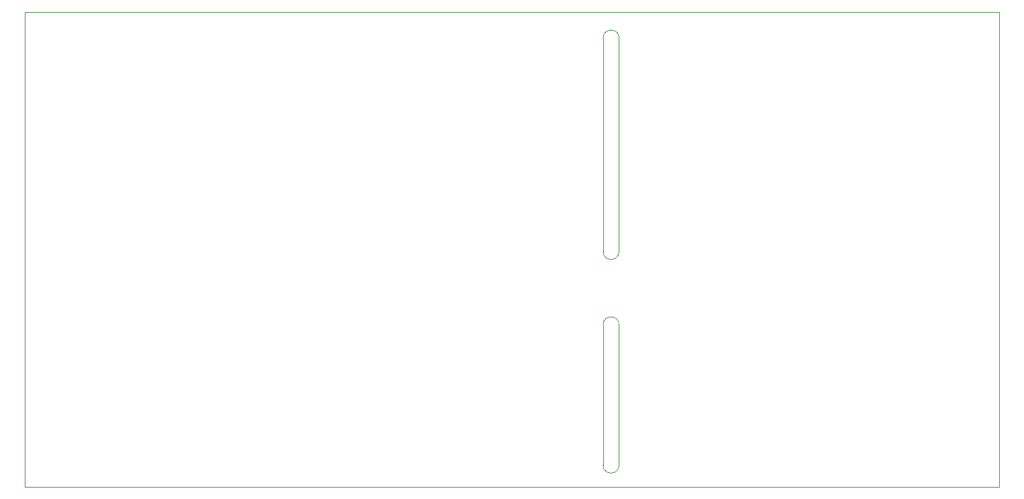
<source format=gm1>
%TF.GenerationSoftware,KiCad,Pcbnew,9.0.0+dfsg-1*%
%TF.CreationDate,2025-03-12T14:20:38+01:00*%
%TF.ProjectId,relays-array-4,72656c61-7973-42d6-9172-7261792d342e,1.0*%
%TF.SameCoordinates,Original*%
%TF.FileFunction,Profile,NP*%
%FSLAX46Y46*%
G04 Gerber Fmt 4.6, Leading zero omitted, Abs format (unit mm)*
G04 Created by KiCad (PCBNEW 9.0.0+dfsg-1) date 2025-03-12 14:20:38*
%MOMM*%
%LPD*%
G01*
G04 APERTURE LIST*
%TA.AperFunction,Profile*%
%ADD10C,0.050000*%
%TD*%
G04 APERTURE END LIST*
D10*
X111000000Y-106250000D02*
X111000000Y-124000000D01*
X109000000Y-124000000D02*
X109000000Y-106250000D01*
X109000000Y-70000000D02*
G75*
G02*
X111000000Y-70000000I1000000J0D01*
G01*
X109000000Y-97000000D02*
X109000000Y-70000000D01*
X36000000Y-66750000D02*
X159000000Y-66750000D01*
X159000000Y-126750000D01*
X36000000Y-126750000D01*
X36000000Y-66750000D01*
X111000000Y-124000000D02*
G75*
G02*
X109000000Y-124000000I-1000000J0D01*
G01*
X111000000Y-70000000D02*
X111000000Y-97000000D01*
X111000000Y-97000000D02*
G75*
G02*
X109000000Y-97000000I-1000000J0D01*
G01*
X109000000Y-106250000D02*
G75*
G02*
X111000000Y-106250000I1000000J0D01*
G01*
M02*

</source>
